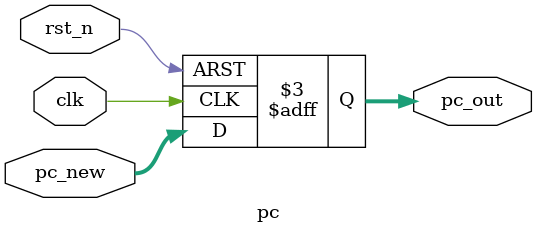
<source format=v>
`timescale 1ns / 1ps


module pc(
    input clk,
    input rst_n,
    input [31:0]pc_new,
    output reg [31:0]pc_out
  );
  always@(posedge clk or negedge rst_n)
  begin
    if(!rst_n)
      pc_out <= 32'b0;
    else
      pc_out <= pc_new;
  end
endmodule





</source>
